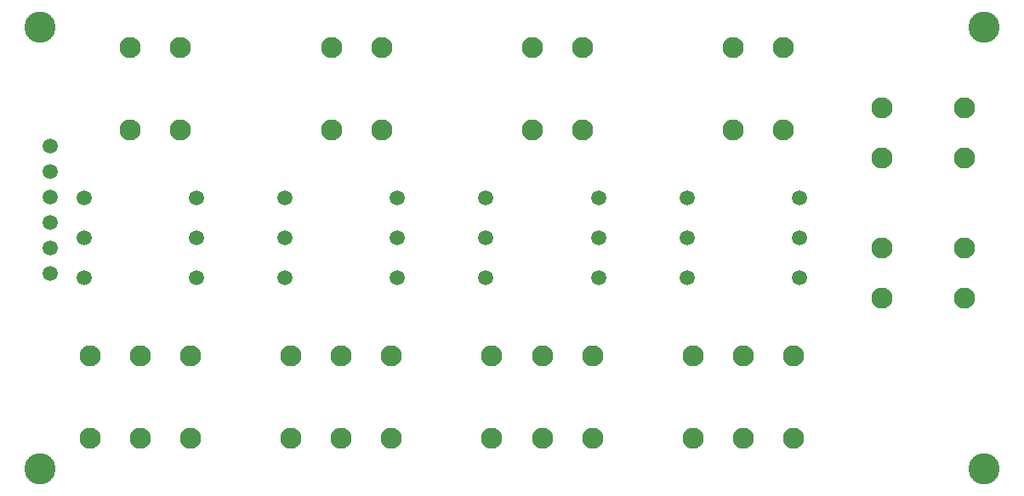
<source format=gts>
G04 Layer: TopSolderMaskLayer*
G04 EasyEDA Pro v2.2.35.2, 2025-01-10 12:23:15*
G04 Gerber Generator version 0.3*
G04 Scale: 100 percent, Rotated: No, Reflected: No*
G04 Dimensions in millimeters*
G04 Leading zeros omitted, absolute positions, 4 integers and 5 decimals*
%FSLAX45Y45*%
%MOMM*%
%ADD10C,3.1016*%
%ADD11C,1.5016*%
%ADD12C,2.1016*%
%ADD13C,1.5*%
G75*


G04 Pad Start*
G54D10*
G01X300000Y300000D03*
G01X300000Y4700000D03*
G01X9700000Y4700000D03*
G01X9700000Y300000D03*
G54D11*
G01X400000Y3008000D03*
G01X400000Y2754000D03*
G01X400000Y2500000D03*
G01X400000Y2246000D03*
G01X400000Y3516000D03*
G01X400000Y3262000D03*
G54D12*
G01X800000Y600000D03*
G01X1300000Y600000D03*
G01X1800000Y600000D03*
G01X800000Y1420000D03*
G01X1300000Y1420000D03*
G01X1800000Y1420000D03*
G54D13*
G01X740006Y2200000D03*
G01X1859994Y2200000D03*
G01X1859994Y2600000D03*
G01X740006Y2600000D03*
G01X740006Y3000000D03*
G01X1859994Y3000000D03*
G54D12*
G01X1700000Y3680000D03*
G01X1200000Y3680000D03*
G01X1700000Y4500000D03*
G01X1200000Y4500000D03*
G01X8680000Y3400000D03*
G01X8680000Y3900000D03*
G01X9500000Y3400000D03*
G01X9500000Y3900000D03*
G01X8680000Y2000000D03*
G01X8680000Y2500000D03*
G01X9500000Y2000000D03*
G01X9500000Y2500000D03*
G01X2800000Y600000D03*
G01X3300000Y600000D03*
G01X3800000Y600000D03*
G01X2800000Y1420000D03*
G01X3300000Y1420000D03*
G01X3800000Y1420000D03*
G54D13*
G01X2740006Y2200000D03*
G01X3859994Y2200000D03*
G01X3859994Y2600000D03*
G01X2740006Y2600000D03*
G01X2740006Y3000000D03*
G01X3859994Y3000000D03*
G54D12*
G01X3700000Y3680000D03*
G01X3200000Y3680000D03*
G01X3700000Y4500000D03*
G01X3200000Y4500000D03*
G01X4800000Y600000D03*
G01X5300000Y600000D03*
G01X5800000Y600000D03*
G01X4800000Y1420000D03*
G01X5300000Y1420000D03*
G01X5800000Y1420000D03*
G54D13*
G01X4740006Y2200000D03*
G01X5859994Y2200000D03*
G01X5859994Y2600000D03*
G01X4740006Y2600000D03*
G01X4740006Y3000000D03*
G01X5859994Y3000000D03*
G54D12*
G01X5700000Y3680000D03*
G01X5200000Y3680000D03*
G01X5700000Y4500000D03*
G01X5200000Y4500000D03*
G01X6800000Y600000D03*
G01X7300000Y600000D03*
G01X7800000Y600000D03*
G01X6800000Y1420000D03*
G01X7300000Y1420000D03*
G01X7800000Y1420000D03*
G54D13*
G01X6740006Y2200000D03*
G01X7859994Y2200000D03*
G01X7859994Y2600000D03*
G01X6740006Y2600000D03*
G01X6740006Y3000000D03*
G01X7859994Y3000000D03*
G54D12*
G01X7700000Y3680000D03*
G01X7200000Y3680000D03*
G01X7700000Y4500000D03*
G01X7200000Y4500000D03*
G04 Pad End*

M02*


</source>
